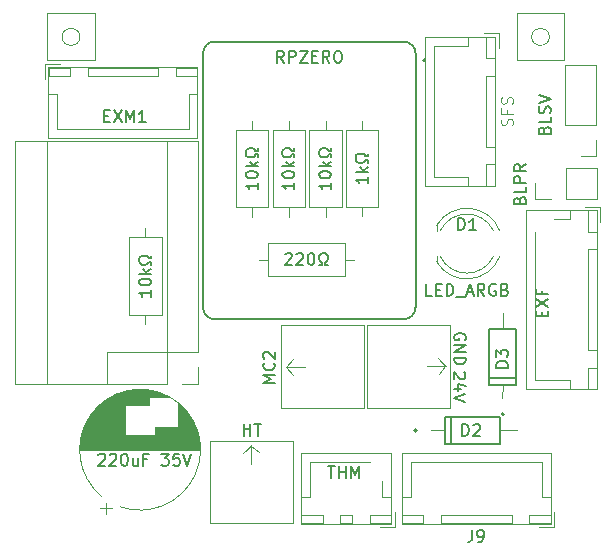
<source format=gbr>
%TF.GenerationSoftware,KiCad,Pcbnew,9.0.0*%
%TF.CreationDate,2025-05-04T10:31:08+10:00*%
%TF.ProjectId,A1_THB,41315f54-4842-42e6-9b69-6361645f7063,rev?*%
%TF.SameCoordinates,Original*%
%TF.FileFunction,Legend,Top*%
%TF.FilePolarity,Positive*%
%FSLAX46Y46*%
G04 Gerber Fmt 4.6, Leading zero omitted, Abs format (unit mm)*
G04 Created by KiCad (PCBNEW 9.0.0) date 2025-05-04 10:31:08*
%MOMM*%
%LPD*%
G01*
G04 APERTURE LIST*
%ADD10C,0.150000*%
%ADD11C,0.125000*%
%ADD12C,0.120000*%
%ADD13C,0.200000*%
%ADD14C,0.127000*%
%ADD15C,0.100000*%
G04 APERTURE END LIST*
D10*
X98149942Y-80659524D02*
X98197561Y-80707143D01*
X98197561Y-80707143D02*
X98245180Y-80802381D01*
X98245180Y-80802381D02*
X98245180Y-81040476D01*
X98245180Y-81040476D02*
X98197561Y-81135714D01*
X98197561Y-81135714D02*
X98149942Y-81183333D01*
X98149942Y-81183333D02*
X98054704Y-81230952D01*
X98054704Y-81230952D02*
X97959466Y-81230952D01*
X97959466Y-81230952D02*
X97816609Y-81183333D01*
X97816609Y-81183333D02*
X97245180Y-80611905D01*
X97245180Y-80611905D02*
X97245180Y-81230952D01*
X97911847Y-82088095D02*
X97245180Y-82088095D01*
X98292800Y-81850000D02*
X97578514Y-81611905D01*
X97578514Y-81611905D02*
X97578514Y-82230952D01*
X98245180Y-82469048D02*
X97245180Y-82802381D01*
X97245180Y-82802381D02*
X98245180Y-83135714D01*
X98247561Y-77888095D02*
X98295180Y-77792857D01*
X98295180Y-77792857D02*
X98295180Y-77650000D01*
X98295180Y-77650000D02*
X98247561Y-77507143D01*
X98247561Y-77507143D02*
X98152323Y-77411905D01*
X98152323Y-77411905D02*
X98057085Y-77364286D01*
X98057085Y-77364286D02*
X97866609Y-77316667D01*
X97866609Y-77316667D02*
X97723752Y-77316667D01*
X97723752Y-77316667D02*
X97533276Y-77364286D01*
X97533276Y-77364286D02*
X97438038Y-77411905D01*
X97438038Y-77411905D02*
X97342800Y-77507143D01*
X97342800Y-77507143D02*
X97295180Y-77650000D01*
X97295180Y-77650000D02*
X97295180Y-77745238D01*
X97295180Y-77745238D02*
X97342800Y-77888095D01*
X97342800Y-77888095D02*
X97390419Y-77935714D01*
X97390419Y-77935714D02*
X97723752Y-77935714D01*
X97723752Y-77935714D02*
X97723752Y-77745238D01*
X97295180Y-78364286D02*
X98295180Y-78364286D01*
X98295180Y-78364286D02*
X97295180Y-78935714D01*
X97295180Y-78935714D02*
X98295180Y-78935714D01*
X97295180Y-79411905D02*
X98295180Y-79411905D01*
X98295180Y-79411905D02*
X98295180Y-79650000D01*
X98295180Y-79650000D02*
X98247561Y-79792857D01*
X98247561Y-79792857D02*
X98152323Y-79888095D01*
X98152323Y-79888095D02*
X98057085Y-79935714D01*
X98057085Y-79935714D02*
X97866609Y-79983333D01*
X97866609Y-79983333D02*
X97723752Y-79983333D01*
X97723752Y-79983333D02*
X97533276Y-79935714D01*
X97533276Y-79935714D02*
X97438038Y-79888095D01*
X97438038Y-79888095D02*
X97342800Y-79792857D01*
X97342800Y-79792857D02*
X97295180Y-79650000D01*
X97295180Y-79650000D02*
X97295180Y-79411905D01*
X86619048Y-88604819D02*
X87190476Y-88604819D01*
X86904762Y-89604819D02*
X86904762Y-88604819D01*
X87523810Y-89604819D02*
X87523810Y-88604819D01*
X87523810Y-89081009D02*
X88095238Y-89081009D01*
X88095238Y-89604819D02*
X88095238Y-88604819D01*
X88571429Y-89604819D02*
X88571429Y-88604819D01*
X88571429Y-88604819D02*
X88904762Y-89319104D01*
X88904762Y-89319104D02*
X89238095Y-88604819D01*
X89238095Y-88604819D02*
X89238095Y-89604819D01*
X98816666Y-94004819D02*
X98816666Y-94719104D01*
X98816666Y-94719104D02*
X98769047Y-94861961D01*
X98769047Y-94861961D02*
X98673809Y-94957200D01*
X98673809Y-94957200D02*
X98530952Y-95004819D01*
X98530952Y-95004819D02*
X98435714Y-95004819D01*
X99340476Y-95004819D02*
X99530952Y-95004819D01*
X99530952Y-95004819D02*
X99626190Y-94957200D01*
X99626190Y-94957200D02*
X99673809Y-94909580D01*
X99673809Y-94909580D02*
X99769047Y-94766723D01*
X99769047Y-94766723D02*
X99816666Y-94576247D01*
X99816666Y-94576247D02*
X99816666Y-94195295D01*
X99816666Y-94195295D02*
X99769047Y-94100057D01*
X99769047Y-94100057D02*
X99721428Y-94052438D01*
X99721428Y-94052438D02*
X99626190Y-94004819D01*
X99626190Y-94004819D02*
X99435714Y-94004819D01*
X99435714Y-94004819D02*
X99340476Y-94052438D01*
X99340476Y-94052438D02*
X99292857Y-94100057D01*
X99292857Y-94100057D02*
X99245238Y-94195295D01*
X99245238Y-94195295D02*
X99245238Y-94433390D01*
X99245238Y-94433390D02*
X99292857Y-94528628D01*
X99292857Y-94528628D02*
X99340476Y-94576247D01*
X99340476Y-94576247D02*
X99435714Y-94623866D01*
X99435714Y-94623866D02*
X99626190Y-94623866D01*
X99626190Y-94623866D02*
X99721428Y-94576247D01*
X99721428Y-94576247D02*
X99769047Y-94528628D01*
X99769047Y-94528628D02*
X99816666Y-94433390D01*
X104731009Y-75919047D02*
X104731009Y-75585714D01*
X105254819Y-75442857D02*
X105254819Y-75919047D01*
X105254819Y-75919047D02*
X104254819Y-75919047D01*
X104254819Y-75919047D02*
X104254819Y-75442857D01*
X104254819Y-75109523D02*
X105254819Y-74442857D01*
X104254819Y-74442857D02*
X105254819Y-75109523D01*
X104731009Y-73728571D02*
X104731009Y-74061904D01*
X105254819Y-74061904D02*
X104254819Y-74061904D01*
X104254819Y-74061904D02*
X104254819Y-73585714D01*
X82877142Y-54434819D02*
X82543809Y-53958628D01*
X82305714Y-54434819D02*
X82305714Y-53434819D01*
X82305714Y-53434819D02*
X82686666Y-53434819D01*
X82686666Y-53434819D02*
X82781904Y-53482438D01*
X82781904Y-53482438D02*
X82829523Y-53530057D01*
X82829523Y-53530057D02*
X82877142Y-53625295D01*
X82877142Y-53625295D02*
X82877142Y-53768152D01*
X82877142Y-53768152D02*
X82829523Y-53863390D01*
X82829523Y-53863390D02*
X82781904Y-53911009D01*
X82781904Y-53911009D02*
X82686666Y-53958628D01*
X82686666Y-53958628D02*
X82305714Y-53958628D01*
X83305714Y-54434819D02*
X83305714Y-53434819D01*
X83305714Y-53434819D02*
X83686666Y-53434819D01*
X83686666Y-53434819D02*
X83781904Y-53482438D01*
X83781904Y-53482438D02*
X83829523Y-53530057D01*
X83829523Y-53530057D02*
X83877142Y-53625295D01*
X83877142Y-53625295D02*
X83877142Y-53768152D01*
X83877142Y-53768152D02*
X83829523Y-53863390D01*
X83829523Y-53863390D02*
X83781904Y-53911009D01*
X83781904Y-53911009D02*
X83686666Y-53958628D01*
X83686666Y-53958628D02*
X83305714Y-53958628D01*
X84210476Y-53434819D02*
X84877142Y-53434819D01*
X84877142Y-53434819D02*
X84210476Y-54434819D01*
X84210476Y-54434819D02*
X84877142Y-54434819D01*
X85258095Y-53911009D02*
X85591428Y-53911009D01*
X85734285Y-54434819D02*
X85258095Y-54434819D01*
X85258095Y-54434819D02*
X85258095Y-53434819D01*
X85258095Y-53434819D02*
X85734285Y-53434819D01*
X86734285Y-54434819D02*
X86400952Y-53958628D01*
X86162857Y-54434819D02*
X86162857Y-53434819D01*
X86162857Y-53434819D02*
X86543809Y-53434819D01*
X86543809Y-53434819D02*
X86639047Y-53482438D01*
X86639047Y-53482438D02*
X86686666Y-53530057D01*
X86686666Y-53530057D02*
X86734285Y-53625295D01*
X86734285Y-53625295D02*
X86734285Y-53768152D01*
X86734285Y-53768152D02*
X86686666Y-53863390D01*
X86686666Y-53863390D02*
X86639047Y-53911009D01*
X86639047Y-53911009D02*
X86543809Y-53958628D01*
X86543809Y-53958628D02*
X86162857Y-53958628D01*
X87353333Y-53434819D02*
X87543809Y-53434819D01*
X87543809Y-53434819D02*
X87639047Y-53482438D01*
X87639047Y-53482438D02*
X87734285Y-53577676D01*
X87734285Y-53577676D02*
X87781904Y-53768152D01*
X87781904Y-53768152D02*
X87781904Y-54101485D01*
X87781904Y-54101485D02*
X87734285Y-54291961D01*
X87734285Y-54291961D02*
X87639047Y-54387200D01*
X87639047Y-54387200D02*
X87543809Y-54434819D01*
X87543809Y-54434819D02*
X87353333Y-54434819D01*
X87353333Y-54434819D02*
X87258095Y-54387200D01*
X87258095Y-54387200D02*
X87162857Y-54291961D01*
X87162857Y-54291961D02*
X87115238Y-54101485D01*
X87115238Y-54101485D02*
X87115238Y-53768152D01*
X87115238Y-53768152D02*
X87162857Y-53577676D01*
X87162857Y-53577676D02*
X87258095Y-53482438D01*
X87258095Y-53482438D02*
X87353333Y-53434819D01*
X82990476Y-70650057D02*
X83038095Y-70602438D01*
X83038095Y-70602438D02*
X83133333Y-70554819D01*
X83133333Y-70554819D02*
X83371428Y-70554819D01*
X83371428Y-70554819D02*
X83466666Y-70602438D01*
X83466666Y-70602438D02*
X83514285Y-70650057D01*
X83514285Y-70650057D02*
X83561904Y-70745295D01*
X83561904Y-70745295D02*
X83561904Y-70840533D01*
X83561904Y-70840533D02*
X83514285Y-70983390D01*
X83514285Y-70983390D02*
X82942857Y-71554819D01*
X82942857Y-71554819D02*
X83561904Y-71554819D01*
X83942857Y-70650057D02*
X83990476Y-70602438D01*
X83990476Y-70602438D02*
X84085714Y-70554819D01*
X84085714Y-70554819D02*
X84323809Y-70554819D01*
X84323809Y-70554819D02*
X84419047Y-70602438D01*
X84419047Y-70602438D02*
X84466666Y-70650057D01*
X84466666Y-70650057D02*
X84514285Y-70745295D01*
X84514285Y-70745295D02*
X84514285Y-70840533D01*
X84514285Y-70840533D02*
X84466666Y-70983390D01*
X84466666Y-70983390D02*
X83895238Y-71554819D01*
X83895238Y-71554819D02*
X84514285Y-71554819D01*
X85133333Y-70554819D02*
X85228571Y-70554819D01*
X85228571Y-70554819D02*
X85323809Y-70602438D01*
X85323809Y-70602438D02*
X85371428Y-70650057D01*
X85371428Y-70650057D02*
X85419047Y-70745295D01*
X85419047Y-70745295D02*
X85466666Y-70935771D01*
X85466666Y-70935771D02*
X85466666Y-71173866D01*
X85466666Y-71173866D02*
X85419047Y-71364342D01*
X85419047Y-71364342D02*
X85371428Y-71459580D01*
X85371428Y-71459580D02*
X85323809Y-71507200D01*
X85323809Y-71507200D02*
X85228571Y-71554819D01*
X85228571Y-71554819D02*
X85133333Y-71554819D01*
X85133333Y-71554819D02*
X85038095Y-71507200D01*
X85038095Y-71507200D02*
X84990476Y-71459580D01*
X84990476Y-71459580D02*
X84942857Y-71364342D01*
X84942857Y-71364342D02*
X84895238Y-71173866D01*
X84895238Y-71173866D02*
X84895238Y-70935771D01*
X84895238Y-70935771D02*
X84942857Y-70745295D01*
X84942857Y-70745295D02*
X84990476Y-70650057D01*
X84990476Y-70650057D02*
X85038095Y-70602438D01*
X85038095Y-70602438D02*
X85133333Y-70554819D01*
X85847619Y-71554819D02*
X86085714Y-71554819D01*
X86085714Y-71554819D02*
X86085714Y-71364342D01*
X86085714Y-71364342D02*
X85990476Y-71316723D01*
X85990476Y-71316723D02*
X85895238Y-71221485D01*
X85895238Y-71221485D02*
X85847619Y-71078628D01*
X85847619Y-71078628D02*
X85847619Y-70840533D01*
X85847619Y-70840533D02*
X85895238Y-70697676D01*
X85895238Y-70697676D02*
X85990476Y-70602438D01*
X85990476Y-70602438D02*
X86133333Y-70554819D01*
X86133333Y-70554819D02*
X86323809Y-70554819D01*
X86323809Y-70554819D02*
X86466666Y-70602438D01*
X86466666Y-70602438D02*
X86561904Y-70697676D01*
X86561904Y-70697676D02*
X86609523Y-70840533D01*
X86609523Y-70840533D02*
X86609523Y-71078628D01*
X86609523Y-71078628D02*
X86561904Y-71221485D01*
X86561904Y-71221485D02*
X86466666Y-71316723D01*
X86466666Y-71316723D02*
X86371428Y-71364342D01*
X86371428Y-71364342D02*
X86371428Y-71554819D01*
X86371428Y-71554819D02*
X86609523Y-71554819D01*
X97626905Y-68604819D02*
X97626905Y-67604819D01*
X97626905Y-67604819D02*
X97865000Y-67604819D01*
X97865000Y-67604819D02*
X98007857Y-67652438D01*
X98007857Y-67652438D02*
X98103095Y-67747676D01*
X98103095Y-67747676D02*
X98150714Y-67842914D01*
X98150714Y-67842914D02*
X98198333Y-68033390D01*
X98198333Y-68033390D02*
X98198333Y-68176247D01*
X98198333Y-68176247D02*
X98150714Y-68366723D01*
X98150714Y-68366723D02*
X98103095Y-68461961D01*
X98103095Y-68461961D02*
X98007857Y-68557200D01*
X98007857Y-68557200D02*
X97865000Y-68604819D01*
X97865000Y-68604819D02*
X97626905Y-68604819D01*
X99150714Y-68604819D02*
X98579286Y-68604819D01*
X98865000Y-68604819D02*
X98865000Y-67604819D01*
X98865000Y-67604819D02*
X98769762Y-67747676D01*
X98769762Y-67747676D02*
X98674524Y-67842914D01*
X98674524Y-67842914D02*
X98579286Y-67890533D01*
X95412618Y-74164819D02*
X94936428Y-74164819D01*
X94936428Y-74164819D02*
X94936428Y-73164819D01*
X95745952Y-73641009D02*
X96079285Y-73641009D01*
X96222142Y-74164819D02*
X95745952Y-74164819D01*
X95745952Y-74164819D02*
X95745952Y-73164819D01*
X95745952Y-73164819D02*
X96222142Y-73164819D01*
X96650714Y-74164819D02*
X96650714Y-73164819D01*
X96650714Y-73164819D02*
X96888809Y-73164819D01*
X96888809Y-73164819D02*
X97031666Y-73212438D01*
X97031666Y-73212438D02*
X97126904Y-73307676D01*
X97126904Y-73307676D02*
X97174523Y-73402914D01*
X97174523Y-73402914D02*
X97222142Y-73593390D01*
X97222142Y-73593390D02*
X97222142Y-73736247D01*
X97222142Y-73736247D02*
X97174523Y-73926723D01*
X97174523Y-73926723D02*
X97126904Y-74021961D01*
X97126904Y-74021961D02*
X97031666Y-74117200D01*
X97031666Y-74117200D02*
X96888809Y-74164819D01*
X96888809Y-74164819D02*
X96650714Y-74164819D01*
X97412619Y-74260057D02*
X98174523Y-74260057D01*
X98365000Y-73879104D02*
X98841190Y-73879104D01*
X98269762Y-74164819D02*
X98603095Y-73164819D01*
X98603095Y-73164819D02*
X98936428Y-74164819D01*
X99841190Y-74164819D02*
X99507857Y-73688628D01*
X99269762Y-74164819D02*
X99269762Y-73164819D01*
X99269762Y-73164819D02*
X99650714Y-73164819D01*
X99650714Y-73164819D02*
X99745952Y-73212438D01*
X99745952Y-73212438D02*
X99793571Y-73260057D01*
X99793571Y-73260057D02*
X99841190Y-73355295D01*
X99841190Y-73355295D02*
X99841190Y-73498152D01*
X99841190Y-73498152D02*
X99793571Y-73593390D01*
X99793571Y-73593390D02*
X99745952Y-73641009D01*
X99745952Y-73641009D02*
X99650714Y-73688628D01*
X99650714Y-73688628D02*
X99269762Y-73688628D01*
X100793571Y-73212438D02*
X100698333Y-73164819D01*
X100698333Y-73164819D02*
X100555476Y-73164819D01*
X100555476Y-73164819D02*
X100412619Y-73212438D01*
X100412619Y-73212438D02*
X100317381Y-73307676D01*
X100317381Y-73307676D02*
X100269762Y-73402914D01*
X100269762Y-73402914D02*
X100222143Y-73593390D01*
X100222143Y-73593390D02*
X100222143Y-73736247D01*
X100222143Y-73736247D02*
X100269762Y-73926723D01*
X100269762Y-73926723D02*
X100317381Y-74021961D01*
X100317381Y-74021961D02*
X100412619Y-74117200D01*
X100412619Y-74117200D02*
X100555476Y-74164819D01*
X100555476Y-74164819D02*
X100650714Y-74164819D01*
X100650714Y-74164819D02*
X100793571Y-74117200D01*
X100793571Y-74117200D02*
X100841190Y-74069580D01*
X100841190Y-74069580D02*
X100841190Y-73736247D01*
X100841190Y-73736247D02*
X100650714Y-73736247D01*
X101603095Y-73641009D02*
X101745952Y-73688628D01*
X101745952Y-73688628D02*
X101793571Y-73736247D01*
X101793571Y-73736247D02*
X101841190Y-73831485D01*
X101841190Y-73831485D02*
X101841190Y-73974342D01*
X101841190Y-73974342D02*
X101793571Y-74069580D01*
X101793571Y-74069580D02*
X101745952Y-74117200D01*
X101745952Y-74117200D02*
X101650714Y-74164819D01*
X101650714Y-74164819D02*
X101269762Y-74164819D01*
X101269762Y-74164819D02*
X101269762Y-73164819D01*
X101269762Y-73164819D02*
X101603095Y-73164819D01*
X101603095Y-73164819D02*
X101698333Y-73212438D01*
X101698333Y-73212438D02*
X101745952Y-73260057D01*
X101745952Y-73260057D02*
X101793571Y-73355295D01*
X101793571Y-73355295D02*
X101793571Y-73450533D01*
X101793571Y-73450533D02*
X101745952Y-73545771D01*
X101745952Y-73545771D02*
X101698333Y-73593390D01*
X101698333Y-73593390D02*
X101603095Y-73641009D01*
X101603095Y-73641009D02*
X101269762Y-73641009D01*
X101854819Y-80251594D02*
X100854819Y-80251594D01*
X100854819Y-80251594D02*
X100854819Y-80013499D01*
X100854819Y-80013499D02*
X100902438Y-79870642D01*
X100902438Y-79870642D02*
X100997676Y-79775404D01*
X100997676Y-79775404D02*
X101092914Y-79727785D01*
X101092914Y-79727785D02*
X101283390Y-79680166D01*
X101283390Y-79680166D02*
X101426247Y-79680166D01*
X101426247Y-79680166D02*
X101616723Y-79727785D01*
X101616723Y-79727785D02*
X101711961Y-79775404D01*
X101711961Y-79775404D02*
X101807200Y-79870642D01*
X101807200Y-79870642D02*
X101854819Y-80013499D01*
X101854819Y-80013499D02*
X101854819Y-80251594D01*
X100854819Y-79346832D02*
X100854819Y-78727785D01*
X100854819Y-78727785D02*
X101235771Y-79061118D01*
X101235771Y-79061118D02*
X101235771Y-78918261D01*
X101235771Y-78918261D02*
X101283390Y-78823023D01*
X101283390Y-78823023D02*
X101331009Y-78775404D01*
X101331009Y-78775404D02*
X101426247Y-78727785D01*
X101426247Y-78727785D02*
X101664342Y-78727785D01*
X101664342Y-78727785D02*
X101759580Y-78775404D01*
X101759580Y-78775404D02*
X101807200Y-78823023D01*
X101807200Y-78823023D02*
X101854819Y-78918261D01*
X101854819Y-78918261D02*
X101854819Y-79203975D01*
X101854819Y-79203975D02*
X101807200Y-79299213D01*
X101807200Y-79299213D02*
X101759580Y-79346832D01*
X97961905Y-86029419D02*
X97961905Y-85029419D01*
X97961905Y-85029419D02*
X98200000Y-85029419D01*
X98200000Y-85029419D02*
X98342857Y-85077038D01*
X98342857Y-85077038D02*
X98438095Y-85172276D01*
X98438095Y-85172276D02*
X98485714Y-85267514D01*
X98485714Y-85267514D02*
X98533333Y-85457990D01*
X98533333Y-85457990D02*
X98533333Y-85600847D01*
X98533333Y-85600847D02*
X98485714Y-85791323D01*
X98485714Y-85791323D02*
X98438095Y-85886561D01*
X98438095Y-85886561D02*
X98342857Y-85981800D01*
X98342857Y-85981800D02*
X98200000Y-86029419D01*
X98200000Y-86029419D02*
X97961905Y-86029419D01*
X98914286Y-85124657D02*
X98961905Y-85077038D01*
X98961905Y-85077038D02*
X99057143Y-85029419D01*
X99057143Y-85029419D02*
X99295238Y-85029419D01*
X99295238Y-85029419D02*
X99390476Y-85077038D01*
X99390476Y-85077038D02*
X99438095Y-85124657D01*
X99438095Y-85124657D02*
X99485714Y-85219895D01*
X99485714Y-85219895D02*
X99485714Y-85315133D01*
X99485714Y-85315133D02*
X99438095Y-85457990D01*
X99438095Y-85457990D02*
X98866667Y-86029419D01*
X98866667Y-86029419D02*
X99485714Y-86029419D01*
X104931009Y-60138095D02*
X104978628Y-59995238D01*
X104978628Y-59995238D02*
X105026247Y-59947619D01*
X105026247Y-59947619D02*
X105121485Y-59900000D01*
X105121485Y-59900000D02*
X105264342Y-59900000D01*
X105264342Y-59900000D02*
X105359580Y-59947619D01*
X105359580Y-59947619D02*
X105407200Y-59995238D01*
X105407200Y-59995238D02*
X105454819Y-60090476D01*
X105454819Y-60090476D02*
X105454819Y-60471428D01*
X105454819Y-60471428D02*
X104454819Y-60471428D01*
X104454819Y-60471428D02*
X104454819Y-60138095D01*
X104454819Y-60138095D02*
X104502438Y-60042857D01*
X104502438Y-60042857D02*
X104550057Y-59995238D01*
X104550057Y-59995238D02*
X104645295Y-59947619D01*
X104645295Y-59947619D02*
X104740533Y-59947619D01*
X104740533Y-59947619D02*
X104835771Y-59995238D01*
X104835771Y-59995238D02*
X104883390Y-60042857D01*
X104883390Y-60042857D02*
X104931009Y-60138095D01*
X104931009Y-60138095D02*
X104931009Y-60471428D01*
X105454819Y-58995238D02*
X105454819Y-59471428D01*
X105454819Y-59471428D02*
X104454819Y-59471428D01*
X105407200Y-58709523D02*
X105454819Y-58566666D01*
X105454819Y-58566666D02*
X105454819Y-58328571D01*
X105454819Y-58328571D02*
X105407200Y-58233333D01*
X105407200Y-58233333D02*
X105359580Y-58185714D01*
X105359580Y-58185714D02*
X105264342Y-58138095D01*
X105264342Y-58138095D02*
X105169104Y-58138095D01*
X105169104Y-58138095D02*
X105073866Y-58185714D01*
X105073866Y-58185714D02*
X105026247Y-58233333D01*
X105026247Y-58233333D02*
X104978628Y-58328571D01*
X104978628Y-58328571D02*
X104931009Y-58519047D01*
X104931009Y-58519047D02*
X104883390Y-58614285D01*
X104883390Y-58614285D02*
X104835771Y-58661904D01*
X104835771Y-58661904D02*
X104740533Y-58709523D01*
X104740533Y-58709523D02*
X104645295Y-58709523D01*
X104645295Y-58709523D02*
X104550057Y-58661904D01*
X104550057Y-58661904D02*
X104502438Y-58614285D01*
X104502438Y-58614285D02*
X104454819Y-58519047D01*
X104454819Y-58519047D02*
X104454819Y-58280952D01*
X104454819Y-58280952D02*
X104502438Y-58138095D01*
X104454819Y-57852380D02*
X105454819Y-57519047D01*
X105454819Y-57519047D02*
X104454819Y-57185714D01*
X102831009Y-66083333D02*
X102878628Y-65940476D01*
X102878628Y-65940476D02*
X102926247Y-65892857D01*
X102926247Y-65892857D02*
X103021485Y-65845238D01*
X103021485Y-65845238D02*
X103164342Y-65845238D01*
X103164342Y-65845238D02*
X103259580Y-65892857D01*
X103259580Y-65892857D02*
X103307200Y-65940476D01*
X103307200Y-65940476D02*
X103354819Y-66035714D01*
X103354819Y-66035714D02*
X103354819Y-66416666D01*
X103354819Y-66416666D02*
X102354819Y-66416666D01*
X102354819Y-66416666D02*
X102354819Y-66083333D01*
X102354819Y-66083333D02*
X102402438Y-65988095D01*
X102402438Y-65988095D02*
X102450057Y-65940476D01*
X102450057Y-65940476D02*
X102545295Y-65892857D01*
X102545295Y-65892857D02*
X102640533Y-65892857D01*
X102640533Y-65892857D02*
X102735771Y-65940476D01*
X102735771Y-65940476D02*
X102783390Y-65988095D01*
X102783390Y-65988095D02*
X102831009Y-66083333D01*
X102831009Y-66083333D02*
X102831009Y-66416666D01*
X103354819Y-64940476D02*
X103354819Y-65416666D01*
X103354819Y-65416666D02*
X102354819Y-65416666D01*
X103354819Y-64607142D02*
X102354819Y-64607142D01*
X102354819Y-64607142D02*
X102354819Y-64226190D01*
X102354819Y-64226190D02*
X102402438Y-64130952D01*
X102402438Y-64130952D02*
X102450057Y-64083333D01*
X102450057Y-64083333D02*
X102545295Y-64035714D01*
X102545295Y-64035714D02*
X102688152Y-64035714D01*
X102688152Y-64035714D02*
X102783390Y-64083333D01*
X102783390Y-64083333D02*
X102831009Y-64130952D01*
X102831009Y-64130952D02*
X102878628Y-64226190D01*
X102878628Y-64226190D02*
X102878628Y-64607142D01*
X103354819Y-63035714D02*
X102878628Y-63369047D01*
X103354819Y-63607142D02*
X102354819Y-63607142D01*
X102354819Y-63607142D02*
X102354819Y-63226190D01*
X102354819Y-63226190D02*
X102402438Y-63130952D01*
X102402438Y-63130952D02*
X102450057Y-63083333D01*
X102450057Y-63083333D02*
X102545295Y-63035714D01*
X102545295Y-63035714D02*
X102688152Y-63035714D01*
X102688152Y-63035714D02*
X102783390Y-63083333D01*
X102783390Y-63083333D02*
X102831009Y-63130952D01*
X102831009Y-63130952D02*
X102878628Y-63226190D01*
X102878628Y-63226190D02*
X102878628Y-63607142D01*
X86854819Y-64586666D02*
X86854819Y-65158094D01*
X86854819Y-64872380D02*
X85854819Y-64872380D01*
X85854819Y-64872380D02*
X85997676Y-64967618D01*
X85997676Y-64967618D02*
X86092914Y-65062856D01*
X86092914Y-65062856D02*
X86140533Y-65158094D01*
X85854819Y-63967618D02*
X85854819Y-63872380D01*
X85854819Y-63872380D02*
X85902438Y-63777142D01*
X85902438Y-63777142D02*
X85950057Y-63729523D01*
X85950057Y-63729523D02*
X86045295Y-63681904D01*
X86045295Y-63681904D02*
X86235771Y-63634285D01*
X86235771Y-63634285D02*
X86473866Y-63634285D01*
X86473866Y-63634285D02*
X86664342Y-63681904D01*
X86664342Y-63681904D02*
X86759580Y-63729523D01*
X86759580Y-63729523D02*
X86807200Y-63777142D01*
X86807200Y-63777142D02*
X86854819Y-63872380D01*
X86854819Y-63872380D02*
X86854819Y-63967618D01*
X86854819Y-63967618D02*
X86807200Y-64062856D01*
X86807200Y-64062856D02*
X86759580Y-64110475D01*
X86759580Y-64110475D02*
X86664342Y-64158094D01*
X86664342Y-64158094D02*
X86473866Y-64205713D01*
X86473866Y-64205713D02*
X86235771Y-64205713D01*
X86235771Y-64205713D02*
X86045295Y-64158094D01*
X86045295Y-64158094D02*
X85950057Y-64110475D01*
X85950057Y-64110475D02*
X85902438Y-64062856D01*
X85902438Y-64062856D02*
X85854819Y-63967618D01*
X86854819Y-63205713D02*
X85854819Y-63205713D01*
X86473866Y-63110475D02*
X86854819Y-62824761D01*
X86188152Y-62824761D02*
X86569104Y-63205713D01*
X86854819Y-62443808D02*
X86854819Y-62205713D01*
X86854819Y-62205713D02*
X86664342Y-62205713D01*
X86664342Y-62205713D02*
X86616723Y-62300951D01*
X86616723Y-62300951D02*
X86521485Y-62396189D01*
X86521485Y-62396189D02*
X86378628Y-62443808D01*
X86378628Y-62443808D02*
X86140533Y-62443808D01*
X86140533Y-62443808D02*
X85997676Y-62396189D01*
X85997676Y-62396189D02*
X85902438Y-62300951D01*
X85902438Y-62300951D02*
X85854819Y-62158094D01*
X85854819Y-62158094D02*
X85854819Y-61967618D01*
X85854819Y-61967618D02*
X85902438Y-61824761D01*
X85902438Y-61824761D02*
X85997676Y-61729523D01*
X85997676Y-61729523D02*
X86140533Y-61681904D01*
X86140533Y-61681904D02*
X86378628Y-61681904D01*
X86378628Y-61681904D02*
X86521485Y-61729523D01*
X86521485Y-61729523D02*
X86616723Y-61824761D01*
X86616723Y-61824761D02*
X86664342Y-61919999D01*
X86664342Y-61919999D02*
X86854819Y-61919999D01*
X86854819Y-61919999D02*
X86854819Y-61681904D01*
X71604819Y-73666666D02*
X71604819Y-74238094D01*
X71604819Y-73952380D02*
X70604819Y-73952380D01*
X70604819Y-73952380D02*
X70747676Y-74047618D01*
X70747676Y-74047618D02*
X70842914Y-74142856D01*
X70842914Y-74142856D02*
X70890533Y-74238094D01*
X70604819Y-73047618D02*
X70604819Y-72952380D01*
X70604819Y-72952380D02*
X70652438Y-72857142D01*
X70652438Y-72857142D02*
X70700057Y-72809523D01*
X70700057Y-72809523D02*
X70795295Y-72761904D01*
X70795295Y-72761904D02*
X70985771Y-72714285D01*
X70985771Y-72714285D02*
X71223866Y-72714285D01*
X71223866Y-72714285D02*
X71414342Y-72761904D01*
X71414342Y-72761904D02*
X71509580Y-72809523D01*
X71509580Y-72809523D02*
X71557200Y-72857142D01*
X71557200Y-72857142D02*
X71604819Y-72952380D01*
X71604819Y-72952380D02*
X71604819Y-73047618D01*
X71604819Y-73047618D02*
X71557200Y-73142856D01*
X71557200Y-73142856D02*
X71509580Y-73190475D01*
X71509580Y-73190475D02*
X71414342Y-73238094D01*
X71414342Y-73238094D02*
X71223866Y-73285713D01*
X71223866Y-73285713D02*
X70985771Y-73285713D01*
X70985771Y-73285713D02*
X70795295Y-73238094D01*
X70795295Y-73238094D02*
X70700057Y-73190475D01*
X70700057Y-73190475D02*
X70652438Y-73142856D01*
X70652438Y-73142856D02*
X70604819Y-73047618D01*
X71604819Y-72285713D02*
X70604819Y-72285713D01*
X71223866Y-72190475D02*
X71604819Y-71904761D01*
X70938152Y-71904761D02*
X71319104Y-72285713D01*
X71604819Y-71523808D02*
X71604819Y-71285713D01*
X71604819Y-71285713D02*
X71414342Y-71285713D01*
X71414342Y-71285713D02*
X71366723Y-71380951D01*
X71366723Y-71380951D02*
X71271485Y-71476189D01*
X71271485Y-71476189D02*
X71128628Y-71523808D01*
X71128628Y-71523808D02*
X70890533Y-71523808D01*
X70890533Y-71523808D02*
X70747676Y-71476189D01*
X70747676Y-71476189D02*
X70652438Y-71380951D01*
X70652438Y-71380951D02*
X70604819Y-71238094D01*
X70604819Y-71238094D02*
X70604819Y-71047618D01*
X70604819Y-71047618D02*
X70652438Y-70904761D01*
X70652438Y-70904761D02*
X70747676Y-70809523D01*
X70747676Y-70809523D02*
X70890533Y-70761904D01*
X70890533Y-70761904D02*
X71128628Y-70761904D01*
X71128628Y-70761904D02*
X71271485Y-70809523D01*
X71271485Y-70809523D02*
X71366723Y-70904761D01*
X71366723Y-70904761D02*
X71414342Y-70999999D01*
X71414342Y-70999999D02*
X71604819Y-70999999D01*
X71604819Y-70999999D02*
X71604819Y-70761904D01*
X83754819Y-64586666D02*
X83754819Y-65158094D01*
X83754819Y-64872380D02*
X82754819Y-64872380D01*
X82754819Y-64872380D02*
X82897676Y-64967618D01*
X82897676Y-64967618D02*
X82992914Y-65062856D01*
X82992914Y-65062856D02*
X83040533Y-65158094D01*
X82754819Y-63967618D02*
X82754819Y-63872380D01*
X82754819Y-63872380D02*
X82802438Y-63777142D01*
X82802438Y-63777142D02*
X82850057Y-63729523D01*
X82850057Y-63729523D02*
X82945295Y-63681904D01*
X82945295Y-63681904D02*
X83135771Y-63634285D01*
X83135771Y-63634285D02*
X83373866Y-63634285D01*
X83373866Y-63634285D02*
X83564342Y-63681904D01*
X83564342Y-63681904D02*
X83659580Y-63729523D01*
X83659580Y-63729523D02*
X83707200Y-63777142D01*
X83707200Y-63777142D02*
X83754819Y-63872380D01*
X83754819Y-63872380D02*
X83754819Y-63967618D01*
X83754819Y-63967618D02*
X83707200Y-64062856D01*
X83707200Y-64062856D02*
X83659580Y-64110475D01*
X83659580Y-64110475D02*
X83564342Y-64158094D01*
X83564342Y-64158094D02*
X83373866Y-64205713D01*
X83373866Y-64205713D02*
X83135771Y-64205713D01*
X83135771Y-64205713D02*
X82945295Y-64158094D01*
X82945295Y-64158094D02*
X82850057Y-64110475D01*
X82850057Y-64110475D02*
X82802438Y-64062856D01*
X82802438Y-64062856D02*
X82754819Y-63967618D01*
X83754819Y-63205713D02*
X82754819Y-63205713D01*
X83373866Y-63110475D02*
X83754819Y-62824761D01*
X83088152Y-62824761D02*
X83469104Y-63205713D01*
X83754819Y-62443808D02*
X83754819Y-62205713D01*
X83754819Y-62205713D02*
X83564342Y-62205713D01*
X83564342Y-62205713D02*
X83516723Y-62300951D01*
X83516723Y-62300951D02*
X83421485Y-62396189D01*
X83421485Y-62396189D02*
X83278628Y-62443808D01*
X83278628Y-62443808D02*
X83040533Y-62443808D01*
X83040533Y-62443808D02*
X82897676Y-62396189D01*
X82897676Y-62396189D02*
X82802438Y-62300951D01*
X82802438Y-62300951D02*
X82754819Y-62158094D01*
X82754819Y-62158094D02*
X82754819Y-61967618D01*
X82754819Y-61967618D02*
X82802438Y-61824761D01*
X82802438Y-61824761D02*
X82897676Y-61729523D01*
X82897676Y-61729523D02*
X83040533Y-61681904D01*
X83040533Y-61681904D02*
X83278628Y-61681904D01*
X83278628Y-61681904D02*
X83421485Y-61729523D01*
X83421485Y-61729523D02*
X83516723Y-61824761D01*
X83516723Y-61824761D02*
X83564342Y-61919999D01*
X83564342Y-61919999D02*
X83754819Y-61919999D01*
X83754819Y-61919999D02*
X83754819Y-61681904D01*
X67169047Y-87650057D02*
X67216666Y-87602438D01*
X67216666Y-87602438D02*
X67311904Y-87554819D01*
X67311904Y-87554819D02*
X67549999Y-87554819D01*
X67549999Y-87554819D02*
X67645237Y-87602438D01*
X67645237Y-87602438D02*
X67692856Y-87650057D01*
X67692856Y-87650057D02*
X67740475Y-87745295D01*
X67740475Y-87745295D02*
X67740475Y-87840533D01*
X67740475Y-87840533D02*
X67692856Y-87983390D01*
X67692856Y-87983390D02*
X67121428Y-88554819D01*
X67121428Y-88554819D02*
X67740475Y-88554819D01*
X68121428Y-87650057D02*
X68169047Y-87602438D01*
X68169047Y-87602438D02*
X68264285Y-87554819D01*
X68264285Y-87554819D02*
X68502380Y-87554819D01*
X68502380Y-87554819D02*
X68597618Y-87602438D01*
X68597618Y-87602438D02*
X68645237Y-87650057D01*
X68645237Y-87650057D02*
X68692856Y-87745295D01*
X68692856Y-87745295D02*
X68692856Y-87840533D01*
X68692856Y-87840533D02*
X68645237Y-87983390D01*
X68645237Y-87983390D02*
X68073809Y-88554819D01*
X68073809Y-88554819D02*
X68692856Y-88554819D01*
X69311904Y-87554819D02*
X69407142Y-87554819D01*
X69407142Y-87554819D02*
X69502380Y-87602438D01*
X69502380Y-87602438D02*
X69549999Y-87650057D01*
X69549999Y-87650057D02*
X69597618Y-87745295D01*
X69597618Y-87745295D02*
X69645237Y-87935771D01*
X69645237Y-87935771D02*
X69645237Y-88173866D01*
X69645237Y-88173866D02*
X69597618Y-88364342D01*
X69597618Y-88364342D02*
X69549999Y-88459580D01*
X69549999Y-88459580D02*
X69502380Y-88507200D01*
X69502380Y-88507200D02*
X69407142Y-88554819D01*
X69407142Y-88554819D02*
X69311904Y-88554819D01*
X69311904Y-88554819D02*
X69216666Y-88507200D01*
X69216666Y-88507200D02*
X69169047Y-88459580D01*
X69169047Y-88459580D02*
X69121428Y-88364342D01*
X69121428Y-88364342D02*
X69073809Y-88173866D01*
X69073809Y-88173866D02*
X69073809Y-87935771D01*
X69073809Y-87935771D02*
X69121428Y-87745295D01*
X69121428Y-87745295D02*
X69169047Y-87650057D01*
X69169047Y-87650057D02*
X69216666Y-87602438D01*
X69216666Y-87602438D02*
X69311904Y-87554819D01*
X70502380Y-87888152D02*
X70502380Y-88554819D01*
X70073809Y-87888152D02*
X70073809Y-88411961D01*
X70073809Y-88411961D02*
X70121428Y-88507200D01*
X70121428Y-88507200D02*
X70216666Y-88554819D01*
X70216666Y-88554819D02*
X70359523Y-88554819D01*
X70359523Y-88554819D02*
X70454761Y-88507200D01*
X70454761Y-88507200D02*
X70502380Y-88459580D01*
X71311904Y-88031009D02*
X70978571Y-88031009D01*
X70978571Y-88554819D02*
X70978571Y-87554819D01*
X70978571Y-87554819D02*
X71454761Y-87554819D01*
X72502381Y-87554819D02*
X73121428Y-87554819D01*
X73121428Y-87554819D02*
X72788095Y-87935771D01*
X72788095Y-87935771D02*
X72930952Y-87935771D01*
X72930952Y-87935771D02*
X73026190Y-87983390D01*
X73026190Y-87983390D02*
X73073809Y-88031009D01*
X73073809Y-88031009D02*
X73121428Y-88126247D01*
X73121428Y-88126247D02*
X73121428Y-88364342D01*
X73121428Y-88364342D02*
X73073809Y-88459580D01*
X73073809Y-88459580D02*
X73026190Y-88507200D01*
X73026190Y-88507200D02*
X72930952Y-88554819D01*
X72930952Y-88554819D02*
X72645238Y-88554819D01*
X72645238Y-88554819D02*
X72550000Y-88507200D01*
X72550000Y-88507200D02*
X72502381Y-88459580D01*
X74026190Y-87554819D02*
X73550000Y-87554819D01*
X73550000Y-87554819D02*
X73502381Y-88031009D01*
X73502381Y-88031009D02*
X73550000Y-87983390D01*
X73550000Y-87983390D02*
X73645238Y-87935771D01*
X73645238Y-87935771D02*
X73883333Y-87935771D01*
X73883333Y-87935771D02*
X73978571Y-87983390D01*
X73978571Y-87983390D02*
X74026190Y-88031009D01*
X74026190Y-88031009D02*
X74073809Y-88126247D01*
X74073809Y-88126247D02*
X74073809Y-88364342D01*
X74073809Y-88364342D02*
X74026190Y-88459580D01*
X74026190Y-88459580D02*
X73978571Y-88507200D01*
X73978571Y-88507200D02*
X73883333Y-88554819D01*
X73883333Y-88554819D02*
X73645238Y-88554819D01*
X73645238Y-88554819D02*
X73550000Y-88507200D01*
X73550000Y-88507200D02*
X73502381Y-88459580D01*
X74359524Y-87554819D02*
X74692857Y-88554819D01*
X74692857Y-88554819D02*
X75026190Y-87554819D01*
X79468944Y-86004819D02*
X79468944Y-85004819D01*
X79468944Y-85481009D02*
X80040372Y-85481009D01*
X80040372Y-86004819D02*
X80040372Y-85004819D01*
X80373706Y-85004819D02*
X80945134Y-85004819D01*
X80659420Y-86004819D02*
X80659420Y-85004819D01*
X80654819Y-64586666D02*
X80654819Y-65158094D01*
X80654819Y-64872380D02*
X79654819Y-64872380D01*
X79654819Y-64872380D02*
X79797676Y-64967618D01*
X79797676Y-64967618D02*
X79892914Y-65062856D01*
X79892914Y-65062856D02*
X79940533Y-65158094D01*
X79654819Y-63967618D02*
X79654819Y-63872380D01*
X79654819Y-63872380D02*
X79702438Y-63777142D01*
X79702438Y-63777142D02*
X79750057Y-63729523D01*
X79750057Y-63729523D02*
X79845295Y-63681904D01*
X79845295Y-63681904D02*
X80035771Y-63634285D01*
X80035771Y-63634285D02*
X80273866Y-63634285D01*
X80273866Y-63634285D02*
X80464342Y-63681904D01*
X80464342Y-63681904D02*
X80559580Y-63729523D01*
X80559580Y-63729523D02*
X80607200Y-63777142D01*
X80607200Y-63777142D02*
X80654819Y-63872380D01*
X80654819Y-63872380D02*
X80654819Y-63967618D01*
X80654819Y-63967618D02*
X80607200Y-64062856D01*
X80607200Y-64062856D02*
X80559580Y-64110475D01*
X80559580Y-64110475D02*
X80464342Y-64158094D01*
X80464342Y-64158094D02*
X80273866Y-64205713D01*
X80273866Y-64205713D02*
X80035771Y-64205713D01*
X80035771Y-64205713D02*
X79845295Y-64158094D01*
X79845295Y-64158094D02*
X79750057Y-64110475D01*
X79750057Y-64110475D02*
X79702438Y-64062856D01*
X79702438Y-64062856D02*
X79654819Y-63967618D01*
X80654819Y-63205713D02*
X79654819Y-63205713D01*
X80273866Y-63110475D02*
X80654819Y-62824761D01*
X79988152Y-62824761D02*
X80369104Y-63205713D01*
X80654819Y-62443808D02*
X80654819Y-62205713D01*
X80654819Y-62205713D02*
X80464342Y-62205713D01*
X80464342Y-62205713D02*
X80416723Y-62300951D01*
X80416723Y-62300951D02*
X80321485Y-62396189D01*
X80321485Y-62396189D02*
X80178628Y-62443808D01*
X80178628Y-62443808D02*
X79940533Y-62443808D01*
X79940533Y-62443808D02*
X79797676Y-62396189D01*
X79797676Y-62396189D02*
X79702438Y-62300951D01*
X79702438Y-62300951D02*
X79654819Y-62158094D01*
X79654819Y-62158094D02*
X79654819Y-61967618D01*
X79654819Y-61967618D02*
X79702438Y-61824761D01*
X79702438Y-61824761D02*
X79797676Y-61729523D01*
X79797676Y-61729523D02*
X79940533Y-61681904D01*
X79940533Y-61681904D02*
X80178628Y-61681904D01*
X80178628Y-61681904D02*
X80321485Y-61729523D01*
X80321485Y-61729523D02*
X80416723Y-61824761D01*
X80416723Y-61824761D02*
X80464342Y-61919999D01*
X80464342Y-61919999D02*
X80654819Y-61919999D01*
X80654819Y-61919999D02*
X80654819Y-61681904D01*
D11*
X102208500Y-59740475D02*
X102256119Y-59597618D01*
X102256119Y-59597618D02*
X102256119Y-59359523D01*
X102256119Y-59359523D02*
X102208500Y-59264285D01*
X102208500Y-59264285D02*
X102160880Y-59216666D01*
X102160880Y-59216666D02*
X102065642Y-59169047D01*
X102065642Y-59169047D02*
X101970404Y-59169047D01*
X101970404Y-59169047D02*
X101875166Y-59216666D01*
X101875166Y-59216666D02*
X101827547Y-59264285D01*
X101827547Y-59264285D02*
X101779928Y-59359523D01*
X101779928Y-59359523D02*
X101732309Y-59549999D01*
X101732309Y-59549999D02*
X101684690Y-59645237D01*
X101684690Y-59645237D02*
X101637071Y-59692856D01*
X101637071Y-59692856D02*
X101541833Y-59740475D01*
X101541833Y-59740475D02*
X101446595Y-59740475D01*
X101446595Y-59740475D02*
X101351357Y-59692856D01*
X101351357Y-59692856D02*
X101303738Y-59645237D01*
X101303738Y-59645237D02*
X101256119Y-59549999D01*
X101256119Y-59549999D02*
X101256119Y-59311904D01*
X101256119Y-59311904D02*
X101303738Y-59169047D01*
X101732309Y-58407142D02*
X101732309Y-58740475D01*
X102256119Y-58740475D02*
X101256119Y-58740475D01*
X101256119Y-58740475D02*
X101256119Y-58264285D01*
X102208500Y-57930951D02*
X102256119Y-57788094D01*
X102256119Y-57788094D02*
X102256119Y-57549999D01*
X102256119Y-57549999D02*
X102208500Y-57454761D01*
X102208500Y-57454761D02*
X102160880Y-57407142D01*
X102160880Y-57407142D02*
X102065642Y-57359523D01*
X102065642Y-57359523D02*
X101970404Y-57359523D01*
X101970404Y-57359523D02*
X101875166Y-57407142D01*
X101875166Y-57407142D02*
X101827547Y-57454761D01*
X101827547Y-57454761D02*
X101779928Y-57549999D01*
X101779928Y-57549999D02*
X101732309Y-57740475D01*
X101732309Y-57740475D02*
X101684690Y-57835713D01*
X101684690Y-57835713D02*
X101637071Y-57883332D01*
X101637071Y-57883332D02*
X101541833Y-57930951D01*
X101541833Y-57930951D02*
X101446595Y-57930951D01*
X101446595Y-57930951D02*
X101351357Y-57883332D01*
X101351357Y-57883332D02*
X101303738Y-57835713D01*
X101303738Y-57835713D02*
X101256119Y-57740475D01*
X101256119Y-57740475D02*
X101256119Y-57502380D01*
X101256119Y-57502380D02*
X101303738Y-57359523D01*
D10*
X89954819Y-64090476D02*
X89954819Y-64661904D01*
X89954819Y-64376190D02*
X88954819Y-64376190D01*
X88954819Y-64376190D02*
X89097676Y-64471428D01*
X89097676Y-64471428D02*
X89192914Y-64566666D01*
X89192914Y-64566666D02*
X89240533Y-64661904D01*
X89954819Y-63661904D02*
X88954819Y-63661904D01*
X89573866Y-63566666D02*
X89954819Y-63280952D01*
X89288152Y-63280952D02*
X89669104Y-63661904D01*
X89954819Y-62899999D02*
X89954819Y-62661904D01*
X89954819Y-62661904D02*
X89764342Y-62661904D01*
X89764342Y-62661904D02*
X89716723Y-62757142D01*
X89716723Y-62757142D02*
X89621485Y-62852380D01*
X89621485Y-62852380D02*
X89478628Y-62899999D01*
X89478628Y-62899999D02*
X89240533Y-62899999D01*
X89240533Y-62899999D02*
X89097676Y-62852380D01*
X89097676Y-62852380D02*
X89002438Y-62757142D01*
X89002438Y-62757142D02*
X88954819Y-62614285D01*
X88954819Y-62614285D02*
X88954819Y-62423809D01*
X88954819Y-62423809D02*
X89002438Y-62280952D01*
X89002438Y-62280952D02*
X89097676Y-62185714D01*
X89097676Y-62185714D02*
X89240533Y-62138095D01*
X89240533Y-62138095D02*
X89478628Y-62138095D01*
X89478628Y-62138095D02*
X89621485Y-62185714D01*
X89621485Y-62185714D02*
X89716723Y-62280952D01*
X89716723Y-62280952D02*
X89764342Y-62376190D01*
X89764342Y-62376190D02*
X89954819Y-62376190D01*
X89954819Y-62376190D02*
X89954819Y-62138095D01*
X67661905Y-58931009D02*
X67995238Y-58931009D01*
X68138095Y-59454819D02*
X67661905Y-59454819D01*
X67661905Y-59454819D02*
X67661905Y-58454819D01*
X67661905Y-58454819D02*
X68138095Y-58454819D01*
X68471429Y-58454819D02*
X69138095Y-59454819D01*
X69138095Y-58454819D02*
X68471429Y-59454819D01*
X69519048Y-59454819D02*
X69519048Y-58454819D01*
X69519048Y-58454819D02*
X69852381Y-59169104D01*
X69852381Y-59169104D02*
X70185714Y-58454819D01*
X70185714Y-58454819D02*
X70185714Y-59454819D01*
X71185714Y-59454819D02*
X70614286Y-59454819D01*
X70900000Y-59454819D02*
X70900000Y-58454819D01*
X70900000Y-58454819D02*
X70804762Y-58597676D01*
X70804762Y-58597676D02*
X70709524Y-58692914D01*
X70709524Y-58692914D02*
X70614286Y-58740533D01*
X82104819Y-81581419D02*
X81104819Y-81581419D01*
X81104819Y-81581419D02*
X81819104Y-81248086D01*
X81819104Y-81248086D02*
X81104819Y-80914753D01*
X81104819Y-80914753D02*
X82104819Y-80914753D01*
X82009580Y-79867134D02*
X82057200Y-79914753D01*
X82057200Y-79914753D02*
X82104819Y-80057610D01*
X82104819Y-80057610D02*
X82104819Y-80152848D01*
X82104819Y-80152848D02*
X82057200Y-80295705D01*
X82057200Y-80295705D02*
X81961961Y-80390943D01*
X81961961Y-80390943D02*
X81866723Y-80438562D01*
X81866723Y-80438562D02*
X81676247Y-80486181D01*
X81676247Y-80486181D02*
X81533390Y-80486181D01*
X81533390Y-80486181D02*
X81342914Y-80438562D01*
X81342914Y-80438562D02*
X81247676Y-80390943D01*
X81247676Y-80390943D02*
X81152438Y-80295705D01*
X81152438Y-80295705D02*
X81104819Y-80152848D01*
X81104819Y-80152848D02*
X81104819Y-80057610D01*
X81104819Y-80057610D02*
X81152438Y-79914753D01*
X81152438Y-79914753D02*
X81200057Y-79867134D01*
X81200057Y-79486181D02*
X81152438Y-79438562D01*
X81152438Y-79438562D02*
X81104819Y-79343324D01*
X81104819Y-79343324D02*
X81104819Y-79105229D01*
X81104819Y-79105229D02*
X81152438Y-79009991D01*
X81152438Y-79009991D02*
X81200057Y-78962372D01*
X81200057Y-78962372D02*
X81295295Y-78914753D01*
X81295295Y-78914753D02*
X81390533Y-78914753D01*
X81390533Y-78914753D02*
X81533390Y-78962372D01*
X81533390Y-78962372D02*
X82104819Y-79533800D01*
X82104819Y-79533800D02*
X82104819Y-78914753D01*
D12*
%TO.C,J1*%
X92250000Y-93750000D02*
X92250000Y-92500000D01*
X91960000Y-93460000D02*
X91960000Y-87490000D01*
X91960000Y-87490000D02*
X84340000Y-87490000D01*
X91950000Y-93450000D02*
X91950000Y-92700000D01*
X91950000Y-92700000D02*
X90150000Y-92700000D01*
X91950000Y-91200000D02*
X91200000Y-91200000D01*
X91200000Y-91200000D02*
X91200000Y-89860000D01*
X91000000Y-93750000D02*
X92250000Y-93750000D01*
X90150000Y-93450000D02*
X91950000Y-93450000D01*
X90150000Y-92700000D02*
X90150000Y-93450000D01*
X88650000Y-93450000D02*
X88650000Y-92700000D01*
X88650000Y-92700000D02*
X87650000Y-92700000D01*
X88150000Y-88250000D02*
X90140000Y-88250000D01*
X87650000Y-93450000D02*
X88650000Y-93450000D01*
X87650000Y-92700000D02*
X87650000Y-93450000D01*
X86150000Y-93450000D02*
X86150000Y-92700000D01*
X86150000Y-92700000D02*
X84350000Y-92700000D01*
X85100000Y-91200000D02*
X85100000Y-88250000D01*
X85100000Y-88250000D02*
X88150000Y-88250000D01*
X84350000Y-93450000D02*
X86150000Y-93450000D01*
X84350000Y-92700000D02*
X84350000Y-93450000D01*
X84350000Y-91200000D02*
X85100000Y-91200000D01*
X84340000Y-93460000D02*
X91960000Y-93460000D01*
X84340000Y-87490000D02*
X84340000Y-93460000D01*
%TO.C,J9*%
X105750000Y-93750000D02*
X105750000Y-92500000D01*
X105460000Y-93460000D02*
X105460000Y-87490000D01*
X105460000Y-87490000D02*
X92840000Y-87490000D01*
X105450000Y-93450000D02*
X105450000Y-92700000D01*
X105450000Y-92700000D02*
X103650000Y-92700000D01*
X105450000Y-91200000D02*
X104700000Y-91200000D01*
X104700000Y-91200000D02*
X104700000Y-88250000D01*
X104700000Y-88250000D02*
X99150000Y-88250000D01*
X104500000Y-93750000D02*
X105750000Y-93750000D01*
X103650000Y-93450000D02*
X105450000Y-93450000D01*
X103650000Y-92700000D02*
X103650000Y-93450000D01*
X102150000Y-93450000D02*
X102150000Y-92700000D01*
X102150000Y-92700000D02*
X96150000Y-92700000D01*
X96150000Y-93450000D02*
X102150000Y-93450000D01*
X96150000Y-92700000D02*
X96150000Y-93450000D01*
X94650000Y-93450000D02*
X94650000Y-92700000D01*
X94650000Y-92700000D02*
X92850000Y-92700000D01*
X93600000Y-91200000D02*
X93600000Y-88250000D01*
X93600000Y-88250000D02*
X99150000Y-88250000D01*
X92850000Y-93450000D02*
X94650000Y-93450000D01*
X92850000Y-92700000D02*
X92850000Y-93450000D01*
X92850000Y-91200000D02*
X93600000Y-91200000D01*
X92840000Y-93460000D02*
X105460000Y-93460000D01*
X92840000Y-87490000D02*
X92840000Y-93460000D01*
%TO.C,J8*%
X109650000Y-67900000D02*
X109650000Y-66650000D01*
X109650000Y-66650000D02*
X108400000Y-66650000D01*
X109360000Y-82060000D02*
X109360000Y-66940000D01*
X109360000Y-66940000D02*
X103390000Y-66940000D01*
X109350000Y-82050000D02*
X109350000Y-80250000D01*
X109350000Y-80250000D02*
X108600000Y-80250000D01*
X109350000Y-78750000D02*
X109350000Y-70250000D01*
X109350000Y-70250000D02*
X108600000Y-70250000D01*
X109350000Y-68750000D02*
X109350000Y-66950000D01*
X109350000Y-66950000D02*
X108600000Y-66950000D01*
X108600000Y-82050000D02*
X109350000Y-82050000D01*
X108600000Y-80250000D02*
X108600000Y-82050000D01*
X108600000Y-78750000D02*
X109350000Y-78750000D01*
X108600000Y-70250000D02*
X108600000Y-78750000D01*
X108600000Y-68750000D02*
X109350000Y-68750000D01*
X108600000Y-66950000D02*
X108600000Y-68750000D01*
X107100000Y-82050000D02*
X107100000Y-81300000D01*
X107100000Y-81300000D02*
X104150000Y-81300000D01*
X107100000Y-67700000D02*
X105760000Y-67700000D01*
X107100000Y-66950000D02*
X107100000Y-67700000D01*
X104150000Y-81300000D02*
X104150000Y-74500000D01*
X104150000Y-74500000D02*
X104150000Y-68760000D01*
X103390000Y-82060000D02*
X109360000Y-82060000D01*
X103390000Y-66940000D02*
X103390000Y-82060000D01*
D13*
%TO.C,RPZERO1*%
X94870000Y-54240000D02*
G75*
G02*
X94670000Y-54240000I-100000J0D01*
G01*
X94670000Y-54240000D02*
G75*
G02*
X94870000Y-54240000I100000J0D01*
G01*
D14*
X94020000Y-75150000D02*
G75*
G02*
X93020000Y-76150000I-1000000J0D01*
G01*
X93020000Y-52650000D02*
G75*
G02*
X94020000Y-53650000I0J-1000000D01*
G01*
X77020000Y-76150000D02*
G75*
G02*
X76020000Y-75150000I-1J999999D01*
G01*
X76020000Y-53650000D02*
G75*
G02*
X77020000Y-52650000I999999J1D01*
G01*
X94020000Y-75150000D02*
X94020000Y-53650000D01*
X93020000Y-52650000D02*
X77020000Y-52650000D01*
X77020000Y-76150000D02*
X93020000Y-76150000D01*
X76020000Y-53650000D02*
X76020000Y-75150000D01*
%TO.C,H2*%
D15*
X102600000Y-50250000D02*
X106600000Y-50250000D01*
X106600000Y-54250000D01*
X102600000Y-54250000D01*
X102600000Y-50250000D01*
X105349836Y-52250000D02*
G75*
G02*
X103850164Y-52250000I-749836J0D01*
G01*
X103850164Y-52250000D02*
G75*
G02*
X105349836Y-52250000I749836J0D01*
G01*
%TO.C,H1*%
X62850000Y-50250000D02*
X66850000Y-50250000D01*
X66850000Y-54250000D01*
X62850000Y-54250000D01*
X62850000Y-50250000D01*
X65599836Y-52250000D02*
G75*
G02*
X64100164Y-52250000I-749836J0D01*
G01*
X64100164Y-52250000D02*
G75*
G02*
X65599836Y-52250000I749836J0D01*
G01*
D12*
%TO.C,R3*%
X80760000Y-71100000D02*
X81530000Y-71100000D01*
X81530000Y-69730000D02*
X81530000Y-72470000D01*
X81530000Y-72470000D02*
X88070000Y-72470000D01*
X88070000Y-69730000D02*
X81530000Y-69730000D01*
X88070000Y-72470000D02*
X88070000Y-69730000D01*
X88840000Y-71100000D02*
X88070000Y-71100000D01*
%TO.C,D1*%
X95805000Y-68205000D02*
X95805000Y-68670000D01*
X95805000Y-70830000D02*
X95805000Y-71295000D01*
X95805000Y-68205170D02*
G75*
G02*
X101153107Y-68669925I2560000J-1544830D01*
G01*
X96110316Y-68670000D02*
G75*
G02*
X100619656Y-68669941I2254684J-1080000D01*
G01*
X100619656Y-70830059D02*
G75*
G02*
X96110316Y-70830000I-2254656J1080059D01*
G01*
X101153107Y-70830075D02*
G75*
G02*
X95805000Y-71294830I-2788107J1080075D01*
G01*
D14*
%TO.C,D3*%
X100218400Y-81714200D02*
X101393400Y-81714200D01*
D15*
X101393400Y-81714200D02*
X101374600Y-82856200D01*
D14*
X101393400Y-81714200D02*
X102568400Y-81714200D01*
X102568400Y-81714200D02*
X102568400Y-77014200D01*
X100294600Y-81167600D02*
X101469600Y-81167600D01*
X101361400Y-81167600D02*
X102536400Y-81167600D01*
X100218400Y-77014200D02*
X100218400Y-81714200D01*
X101393400Y-77014200D02*
X100218400Y-77014200D01*
D15*
X101393400Y-77014200D02*
X101400000Y-75617200D01*
D14*
X102568400Y-77014200D02*
X101393400Y-77014200D01*
D13*
X101500000Y-84200000D02*
G75*
G02*
X101300000Y-84200000I-100000J0D01*
G01*
X101300000Y-84200000D02*
G75*
G02*
X101500000Y-84200000I100000J0D01*
G01*
D14*
%TO.C,D2*%
X96499300Y-84393000D02*
X96499300Y-85568000D01*
D15*
X96499300Y-85568000D02*
X95357300Y-85549200D01*
D14*
X96499300Y-85568000D02*
X96499300Y-86743000D01*
X96499300Y-86743000D02*
X101199300Y-86743000D01*
X97045900Y-84469200D02*
X97045900Y-85644200D01*
X97045900Y-85536000D02*
X97045900Y-86711000D01*
X101199300Y-84393000D02*
X96499300Y-84393000D01*
X101199300Y-85568000D02*
X101199300Y-84393000D01*
D15*
X101199300Y-85568000D02*
X102596300Y-85574600D01*
D14*
X101199300Y-86743000D02*
X101199300Y-85568000D01*
D13*
X94113500Y-85574600D02*
G75*
G02*
X93913500Y-85574600I-100000J0D01*
G01*
X93913500Y-85574600D02*
G75*
G02*
X94113500Y-85574600I100000J0D01*
G01*
D12*
%TO.C,J3*%
X106670000Y-59730000D02*
X106670000Y-54590000D01*
X109330000Y-54590000D02*
X106670000Y-54590000D01*
X109330000Y-59730000D02*
X106670000Y-59730000D01*
X109330000Y-59730000D02*
X109330000Y-54590000D01*
X109330000Y-61000000D02*
X109330000Y-62330000D01*
X109330000Y-62330000D02*
X108000000Y-62330000D01*
%TO.C,M1*%
X60140707Y-61050000D02*
X60140707Y-81630000D01*
X60140707Y-81630000D02*
X72970707Y-81630000D01*
X62810707Y-81630000D02*
X62810707Y-61050000D01*
X67890707Y-78960000D02*
X67890707Y-81627000D01*
X72970707Y-78960000D02*
X67890707Y-78960000D01*
X72970707Y-78960000D02*
X72970707Y-61050000D01*
X72970707Y-78960000D02*
X75640707Y-78960000D01*
X72970707Y-81630000D02*
X72970707Y-78960000D01*
X74240707Y-81630000D02*
X75640707Y-81630000D01*
X75640707Y-61050000D02*
X60140707Y-61050000D01*
X75640707Y-78960000D02*
X75640707Y-61050000D01*
X75640707Y-81630000D02*
X75640707Y-80230000D01*
%TO.C,J4*%
X104170000Y-65980000D02*
X104170000Y-64650000D01*
X105500000Y-65980000D02*
X104170000Y-65980000D01*
X106770000Y-63320000D02*
X109370000Y-63320000D01*
X106770000Y-65980000D02*
X106770000Y-63320000D01*
X106770000Y-65980000D02*
X109370000Y-65980000D01*
X109370000Y-65980000D02*
X109370000Y-63320000D01*
%TO.C,R2*%
X85030000Y-60150000D02*
X85030000Y-66690000D01*
X85030000Y-66690000D02*
X87770000Y-66690000D01*
X86400000Y-59380000D02*
X86400000Y-60150000D01*
X86400000Y-67460000D02*
X86400000Y-66690000D01*
X87770000Y-60150000D02*
X85030000Y-60150000D01*
X87770000Y-66690000D02*
X87770000Y-60150000D01*
%TO.C,R6*%
X69780000Y-69230000D02*
X69780000Y-75770000D01*
X69780000Y-75770000D02*
X72520000Y-75770000D01*
X71150000Y-68460000D02*
X71150000Y-69230000D01*
X71150000Y-76540000D02*
X71150000Y-75770000D01*
X72520000Y-69230000D02*
X69780000Y-69230000D01*
X72520000Y-75770000D02*
X72520000Y-69230000D01*
%TO.C,R4*%
X81930000Y-60150000D02*
X81930000Y-66690000D01*
X81930000Y-66690000D02*
X84670000Y-66690000D01*
X83300000Y-59380000D02*
X83300000Y-60150000D01*
X83300000Y-67460000D02*
X83300000Y-66690000D01*
X84670000Y-60150000D02*
X81930000Y-60150000D01*
X84670000Y-66690000D02*
X84670000Y-60150000D01*
%TO.C,C2*%
X65620000Y-87120000D02*
X75780000Y-87120000D01*
X65620000Y-87160000D02*
X75780000Y-87160000D01*
X65620000Y-87200000D02*
X75780000Y-87200000D01*
X65621000Y-87080000D02*
X75779000Y-87080000D01*
X65622000Y-87040000D02*
X75778000Y-87040000D01*
X65623000Y-87000000D02*
X75777000Y-87000000D01*
X65625000Y-86960000D02*
X75775000Y-86960000D01*
X65627000Y-86920000D02*
X75773000Y-86920000D01*
X65630000Y-86880000D02*
X75770000Y-86880000D01*
X65632000Y-86840000D02*
X75768000Y-86840000D01*
X65635000Y-86800000D02*
X75765000Y-86800000D01*
X65638000Y-86760000D02*
X75762000Y-86760000D01*
X65642000Y-86720000D02*
X75758000Y-86720000D01*
X65646000Y-86680000D02*
X75754000Y-86680000D01*
X65650000Y-86640000D02*
X75750000Y-86640000D01*
X65655000Y-86600000D02*
X75745000Y-86600000D01*
X65660000Y-86560000D02*
X75740000Y-86560000D01*
X65665000Y-86520000D02*
X75735000Y-86520000D01*
X65670000Y-86479000D02*
X75730000Y-86479000D01*
X65676000Y-86439000D02*
X75724000Y-86439000D01*
X65682000Y-86399000D02*
X75718000Y-86399000D01*
X65689000Y-86359000D02*
X75711000Y-86359000D01*
X65696000Y-86319000D02*
X75704000Y-86319000D01*
X65703000Y-86279000D02*
X75697000Y-86279000D01*
X65710000Y-86239000D02*
X75690000Y-86239000D01*
X65718000Y-86199000D02*
X75682000Y-86199000D01*
X65726000Y-86159000D02*
X75674000Y-86159000D01*
X65735000Y-86119000D02*
X75665000Y-86119000D01*
X65744000Y-86079000D02*
X75656000Y-86079000D01*
X65753000Y-86039000D02*
X75647000Y-86039000D01*
X65762000Y-85999000D02*
X75638000Y-85999000D01*
X65772000Y-85959000D02*
X75628000Y-85959000D01*
X65782000Y-85919000D02*
X69459000Y-85919000D01*
X65793000Y-85879000D02*
X69459000Y-85879000D01*
X65803000Y-85839000D02*
X69459000Y-85839000D01*
X65815000Y-85799000D02*
X69459000Y-85799000D01*
X65826000Y-85759000D02*
X69459000Y-85759000D01*
X65838000Y-85719000D02*
X69459000Y-85719000D01*
X65850000Y-85679000D02*
X69459000Y-85679000D01*
X65863000Y-85639000D02*
X69459000Y-85639000D01*
X65876000Y-85599000D02*
X69459000Y-85599000D01*
X65889000Y-85559000D02*
X69459000Y-85559000D01*
X65903000Y-85519000D02*
X69459000Y-85519000D01*
X65917000Y-85479000D02*
X69459000Y-85479000D01*
X65932000Y-85439000D02*
X69459000Y-85439000D01*
X65946000Y-85399000D02*
X69459000Y-85399000D01*
X65962000Y-85359000D02*
X69459000Y-85359000D01*
X65977000Y-85319000D02*
X69459000Y-85319000D01*
X65993000Y-85279000D02*
X69459000Y-85279000D01*
X66010000Y-85239000D02*
X69459000Y-85239000D01*
X66026000Y-85199000D02*
X69459000Y-85199000D01*
X66043000Y-85159000D02*
X69459000Y-85159000D01*
X66061000Y-85119000D02*
X69459000Y-85119000D01*
X66079000Y-85079000D02*
X69459000Y-85079000D01*
X66097000Y-85039000D02*
X69459000Y-85039000D01*
X66116000Y-84999000D02*
X69459000Y-84999000D01*
X66136000Y-84959000D02*
X69459000Y-84959000D01*
X66155000Y-84919000D02*
X69459000Y-84919000D01*
X66175000Y-84879000D02*
X69459000Y-84879000D01*
X66196000Y-84839000D02*
X69459000Y-84839000D01*
X66217000Y-84799000D02*
X69459000Y-84799000D01*
X66238000Y-84759000D02*
X69459000Y-84759000D01*
X66260000Y-84719000D02*
X69459000Y-84719000D01*
X66283000Y-84679000D02*
X69459000Y-84679000D01*
X66305000Y-84639000D02*
X69459000Y-84639000D01*
X66329000Y-84599000D02*
X69459000Y-84599000D01*
X66353000Y-84559000D02*
X69459000Y-84559000D01*
X66377000Y-84519000D02*
X69459000Y-84519000D01*
X66402000Y-84479000D02*
X69459000Y-84479000D01*
X66427000Y-84439000D02*
X69459000Y-84439000D01*
X66453000Y-84399000D02*
X69459000Y-84399000D01*
X66479000Y-84359000D02*
X69459000Y-84359000D01*
X66506000Y-84319000D02*
X69459000Y-84319000D01*
X66534000Y-84279000D02*
X69459000Y-84279000D01*
X66562000Y-84239000D02*
X69459000Y-84239000D01*
X66590000Y-84199000D02*
X69459000Y-84199000D01*
X66620000Y-84159000D02*
X69459000Y-84159000D01*
X66650000Y-84119000D02*
X69459000Y-84119000D01*
X66680000Y-84079000D02*
X69459000Y-84079000D01*
X66711000Y-84039000D02*
X69459000Y-84039000D01*
X66743000Y-83999000D02*
X69459000Y-83999000D01*
X66775000Y-83959000D02*
X69459000Y-83959000D01*
X66808000Y-83919000D02*
X69459000Y-83919000D01*
X66842000Y-83879000D02*
X69459000Y-83879000D01*
X66876000Y-83839000D02*
X69459000Y-83839000D01*
X66911000Y-83799000D02*
X69459000Y-83799000D01*
X66947000Y-83759000D02*
X69459000Y-83759000D01*
X66984000Y-83719000D02*
X69459000Y-83719000D01*
X67021000Y-83679000D02*
X69459000Y-83679000D01*
X67060000Y-83639000D02*
X69459000Y-83639000D01*
X67099000Y-83599000D02*
X69459000Y-83599000D01*
X67139000Y-83559000D02*
X69459000Y-83559000D01*
X67180000Y-83519000D02*
X69459000Y-83519000D01*
X67222000Y-83479000D02*
X69459000Y-83479000D01*
X67264000Y-83439000D02*
X71460000Y-83439000D01*
X67308000Y-83399000D02*
X71460000Y-83399000D01*
X67325000Y-92179646D02*
X68325000Y-92179646D01*
X67353000Y-83359000D02*
X71460000Y-83359000D01*
X67399000Y-83319000D02*
X71460000Y-83319000D01*
X67446000Y-83279000D02*
X71460000Y-83279000D01*
X67494000Y-83239000D02*
X71460000Y-83239000D01*
X67544000Y-83199000D02*
X71460000Y-83199000D01*
X67594000Y-83159000D02*
X71460000Y-83159000D01*
X67646000Y-83119000D02*
X71460000Y-83119000D01*
X67700000Y-83079000D02*
X71460000Y-83079000D01*
X67755000Y-83039000D02*
X71460000Y-83039000D01*
X67811000Y-82999000D02*
X71460000Y-82999000D01*
X67825000Y-92679646D02*
X67825000Y-91679646D01*
X67870000Y-82959000D02*
X71460000Y-82959000D01*
X67930000Y-82919000D02*
X71460000Y-82919000D01*
X67991000Y-82879000D02*
X71460000Y-82879000D01*
X68055000Y-82839000D02*
X71460000Y-82839000D01*
X68121000Y-82799000D02*
X71460000Y-82799000D01*
X68190000Y-82759000D02*
X73210000Y-82759000D01*
X68261000Y-82719000D02*
X73139000Y-82719000D01*
X68335000Y-82679000D02*
X73065000Y-82679000D01*
X68411000Y-82639000D02*
X72989000Y-82639000D01*
X68491000Y-82599000D02*
X72909000Y-82599000D01*
X68575000Y-82559000D02*
X72825000Y-82559000D01*
X68663000Y-82519000D02*
X72737000Y-82519000D01*
X68756000Y-82479000D02*
X72644000Y-82479000D01*
X68854000Y-82439000D02*
X72546000Y-82439000D01*
X68958000Y-82399000D02*
X72442000Y-82399000D01*
X69070000Y-82359000D02*
X72330000Y-82359000D01*
X69190000Y-82319000D02*
X72210000Y-82319000D01*
X69322000Y-82279000D02*
X72078000Y-82279000D01*
X69470000Y-82239000D02*
X71930000Y-82239000D01*
X69638000Y-82199000D02*
X71762000Y-82199000D01*
X69838000Y-82159000D02*
X71562000Y-82159000D01*
X70101000Y-82119000D02*
X71299000Y-82119000D01*
X71941000Y-85279000D02*
X75407000Y-85279000D01*
X71941000Y-85319000D02*
X75423000Y-85319000D01*
X71941000Y-85359000D02*
X75438000Y-85359000D01*
X71941000Y-85399000D02*
X75454000Y-85399000D01*
X71941000Y-85439000D02*
X75468000Y-85439000D01*
X71941000Y-85479000D02*
X75483000Y-85479000D01*
X71941000Y-85519000D02*
X75497000Y-85519000D01*
X71941000Y-85559000D02*
X75511000Y-85559000D01*
X71941000Y-85599000D02*
X75524000Y-85599000D01*
X71941000Y-85639000D02*
X75537000Y-85639000D01*
X71941000Y-85679000D02*
X75550000Y-85679000D01*
X71941000Y-85719000D02*
X75562000Y-85719000D01*
X71941000Y-85759000D02*
X75574000Y-85759000D01*
X71941000Y-85799000D02*
X75585000Y-85799000D01*
X71941000Y-85839000D02*
X75597000Y-85839000D01*
X71941000Y-85879000D02*
X75607000Y-85879000D01*
X71941000Y-85919000D02*
X75618000Y-85919000D01*
X73940000Y-83279000D02*
X73954000Y-83279000D01*
X73940000Y-83319000D02*
X74001000Y-83319000D01*
X73940000Y-83359000D02*
X74047000Y-83359000D01*
X73940000Y-83399000D02*
X74092000Y-83399000D01*
X73940000Y-83439000D02*
X74136000Y-83439000D01*
X73940000Y-83479000D02*
X74178000Y-83479000D01*
X73940000Y-83519000D02*
X74220000Y-83519000D01*
X73940000Y-83559000D02*
X74261000Y-83559000D01*
X73940000Y-83599000D02*
X74301000Y-83599000D01*
X73940000Y-83639000D02*
X74340000Y-83639000D01*
X73940000Y-83679000D02*
X74379000Y-83679000D01*
X73940000Y-83719000D02*
X74416000Y-83719000D01*
X73940000Y-83759000D02*
X74453000Y-83759000D01*
X73940000Y-83799000D02*
X74489000Y-83799000D01*
X73940000Y-83839000D02*
X74524000Y-83839000D01*
X73940000Y-83879000D02*
X74558000Y-83879000D01*
X73940000Y-83919000D02*
X74592000Y-83919000D01*
X73940000Y-83959000D02*
X74625000Y-83959000D01*
X73940000Y-83999000D02*
X74657000Y-83999000D01*
X73940000Y-84039000D02*
X74689000Y-84039000D01*
X73940000Y-84079000D02*
X74720000Y-84079000D01*
X73940000Y-84119000D02*
X74750000Y-84119000D01*
X73940000Y-84159000D02*
X74780000Y-84159000D01*
X73940000Y-84199000D02*
X74810000Y-84199000D01*
X73940000Y-84239000D02*
X74838000Y-84239000D01*
X73940000Y-84279000D02*
X74866000Y-84279000D01*
X73940000Y-84319000D02*
X74894000Y-84319000D01*
X73940000Y-84359000D02*
X74921000Y-84359000D01*
X73940000Y-84399000D02*
X74947000Y-84399000D01*
X73940000Y-84439000D02*
X74973000Y-84439000D01*
X73940000Y-84479000D02*
X74998000Y-84479000D01*
X73940000Y-84519000D02*
X75023000Y-84519000D01*
X73940000Y-84559000D02*
X75047000Y-84559000D01*
X73940000Y-84599000D02*
X75071000Y-84599000D01*
X73940000Y-84639000D02*
X75095000Y-84639000D01*
X73940000Y-84679000D02*
X75117000Y-84679000D01*
X73940000Y-84719000D02*
X75140000Y-84719000D01*
X73940000Y-84759000D02*
X75162000Y-84759000D01*
X73940000Y-84799000D02*
X75183000Y-84799000D01*
X73940000Y-84839000D02*
X75204000Y-84839000D01*
X73940000Y-84879000D02*
X75225000Y-84879000D01*
X73940000Y-84919000D02*
X75245000Y-84919000D01*
X73940000Y-84959000D02*
X75264000Y-84959000D01*
X73940000Y-84999000D02*
X75284000Y-84999000D01*
X73940000Y-85039000D02*
X75303000Y-85039000D01*
X73940000Y-85079000D02*
X75321000Y-85079000D01*
X73940000Y-85119000D02*
X75339000Y-85119000D01*
X73940000Y-85159000D02*
X75357000Y-85159000D01*
X73940000Y-85199000D02*
X75374000Y-85199000D01*
X73940000Y-85239000D02*
X75390000Y-85239000D01*
X67440000Y-91148012D02*
G75*
G02*
X68986902Y-92024903I3260000J3948012D01*
G01*
D15*
%TO.C,J5*%
X79449811Y-87439914D02*
X80084811Y-86855714D01*
X80084811Y-86855714D02*
X80745211Y-87414514D01*
X80110211Y-86830314D02*
X79449811Y-87439914D01*
X80110211Y-88430514D02*
X80110211Y-86830314D01*
X83635611Y-93449314D02*
X76635611Y-93449314D01*
X76635611Y-86449314D01*
X83635611Y-86449314D01*
X83635611Y-93449314D01*
%TO.C,J6*%
X94969486Y-80124104D02*
X96569686Y-80124104D01*
X95960086Y-79463704D02*
X96544286Y-80098704D01*
X96544286Y-80098704D02*
X95985486Y-80759104D01*
X96569686Y-80124104D02*
X95960086Y-79463704D01*
X89950686Y-83649504D02*
X96950686Y-83649504D01*
X96950686Y-76649504D01*
X89950686Y-76649504D01*
X89950686Y-83649504D01*
D12*
%TO.C,R5*%
X78830000Y-60150000D02*
X78830000Y-66690000D01*
X78830000Y-66690000D02*
X81570000Y-66690000D01*
X80200000Y-59380000D02*
X80200000Y-60150000D01*
X80200000Y-67460000D02*
X80200000Y-66690000D01*
X81570000Y-60150000D02*
X78830000Y-60150000D01*
X81570000Y-66690000D02*
X81570000Y-60150000D01*
%TO.C,J2*%
X94790000Y-52240000D02*
X94790000Y-64860000D01*
X94790000Y-64860000D02*
X100760000Y-64860000D01*
X95550000Y-53000000D02*
X95550000Y-58550000D01*
X95550000Y-64100000D02*
X95550000Y-58550000D01*
X98500000Y-52250000D02*
X98500000Y-53000000D01*
X98500000Y-53000000D02*
X95550000Y-53000000D01*
X98500000Y-64100000D02*
X95550000Y-64100000D01*
X98500000Y-64850000D02*
X98500000Y-64100000D01*
X100000000Y-52250000D02*
X100000000Y-54050000D01*
X100000000Y-54050000D02*
X100750000Y-54050000D01*
X100000000Y-55550000D02*
X100000000Y-61550000D01*
X100000000Y-61550000D02*
X100750000Y-61550000D01*
X100000000Y-63050000D02*
X100000000Y-64850000D01*
X100000000Y-64850000D02*
X100750000Y-64850000D01*
X100750000Y-52250000D02*
X100000000Y-52250000D01*
X100750000Y-54050000D02*
X100750000Y-52250000D01*
X100750000Y-55550000D02*
X100000000Y-55550000D01*
X100750000Y-61550000D02*
X100750000Y-55550000D01*
X100750000Y-63050000D02*
X100000000Y-63050000D01*
X100750000Y-64850000D02*
X100750000Y-63050000D01*
X100760000Y-52240000D02*
X94790000Y-52240000D01*
X100760000Y-64860000D02*
X100760000Y-52240000D01*
X101050000Y-51950000D02*
X99800000Y-51950000D01*
X101050000Y-53200000D02*
X101050000Y-51950000D01*
%TO.C,R1*%
X88130000Y-60130000D02*
X88130000Y-66670000D01*
X88130000Y-66670000D02*
X90870000Y-66670000D01*
X89500000Y-59360000D02*
X89500000Y-60130000D01*
X89500000Y-67440000D02*
X89500000Y-66670000D01*
X90870000Y-60130000D02*
X88130000Y-60130000D01*
X90870000Y-66670000D02*
X90870000Y-60130000D01*
%TO.C,EXM1*%
X75560000Y-60810000D02*
X75560000Y-54840000D01*
X75560000Y-54840000D02*
X62940000Y-54840000D01*
X75550000Y-57100000D02*
X74800000Y-57100000D01*
X75550000Y-55600000D02*
X75550000Y-54850000D01*
X75550000Y-54850000D02*
X73750000Y-54850000D01*
X74800000Y-60050000D02*
X69250000Y-60050000D01*
X74800000Y-57100000D02*
X74800000Y-60050000D01*
X73750000Y-55600000D02*
X75550000Y-55600000D01*
X73750000Y-54850000D02*
X73750000Y-55600000D01*
X72250000Y-55600000D02*
X72250000Y-54850000D01*
X72250000Y-54850000D02*
X66250000Y-54850000D01*
X66250000Y-55600000D02*
X72250000Y-55600000D01*
X66250000Y-54850000D02*
X66250000Y-55600000D01*
X64750000Y-55600000D02*
X64750000Y-54850000D01*
X64750000Y-54850000D02*
X62950000Y-54850000D01*
X63900000Y-54550000D02*
X62650000Y-54550000D01*
X63700000Y-60050000D02*
X69250000Y-60050000D01*
X63700000Y-57100000D02*
X63700000Y-60050000D01*
X62950000Y-57100000D02*
X63700000Y-57100000D01*
X62950000Y-55600000D02*
X64750000Y-55600000D01*
X62950000Y-54850000D02*
X62950000Y-55600000D01*
X62940000Y-60810000D02*
X75560000Y-60810000D01*
X62940000Y-54840000D02*
X62940000Y-60810000D01*
X62650000Y-54550000D02*
X62650000Y-55800000D01*
D15*
%TO.C,J7*%
X83030314Y-80190496D02*
X83639914Y-80850896D01*
X83055714Y-80215896D02*
X83614514Y-79555496D01*
X83639914Y-80850896D02*
X83055714Y-80215896D01*
X84630514Y-80190496D02*
X83030314Y-80190496D01*
X89649314Y-76665096D02*
X82649314Y-76665096D01*
X82649314Y-83665096D01*
X89649314Y-83665096D01*
X89649314Y-76665096D01*
%TD*%
M02*

</source>
